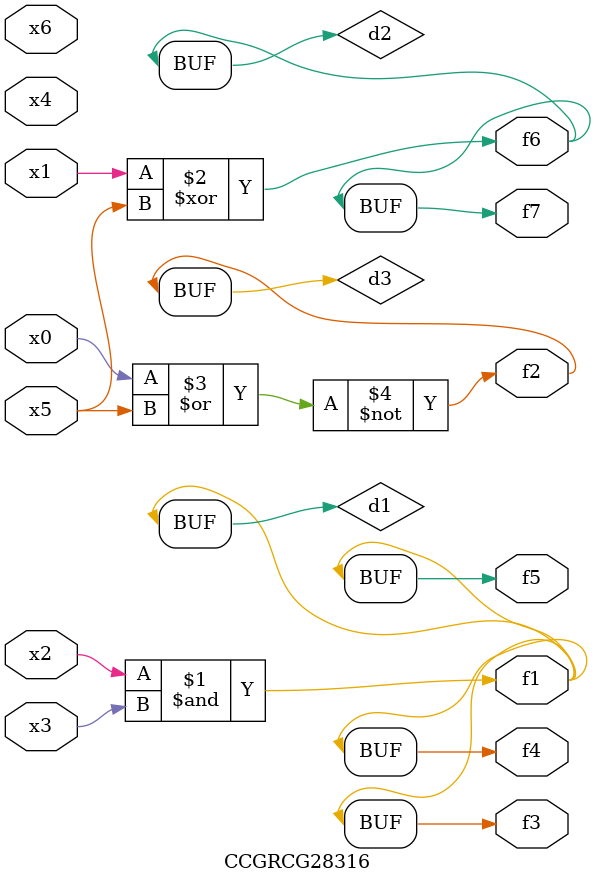
<source format=v>
module CCGRCG28316(
	input x0, x1, x2, x3, x4, x5, x6,
	output f1, f2, f3, f4, f5, f6, f7
);

	wire d1, d2, d3;

	and (d1, x2, x3);
	xor (d2, x1, x5);
	nor (d3, x0, x5);
	assign f1 = d1;
	assign f2 = d3;
	assign f3 = d1;
	assign f4 = d1;
	assign f5 = d1;
	assign f6 = d2;
	assign f7 = d2;
endmodule

</source>
